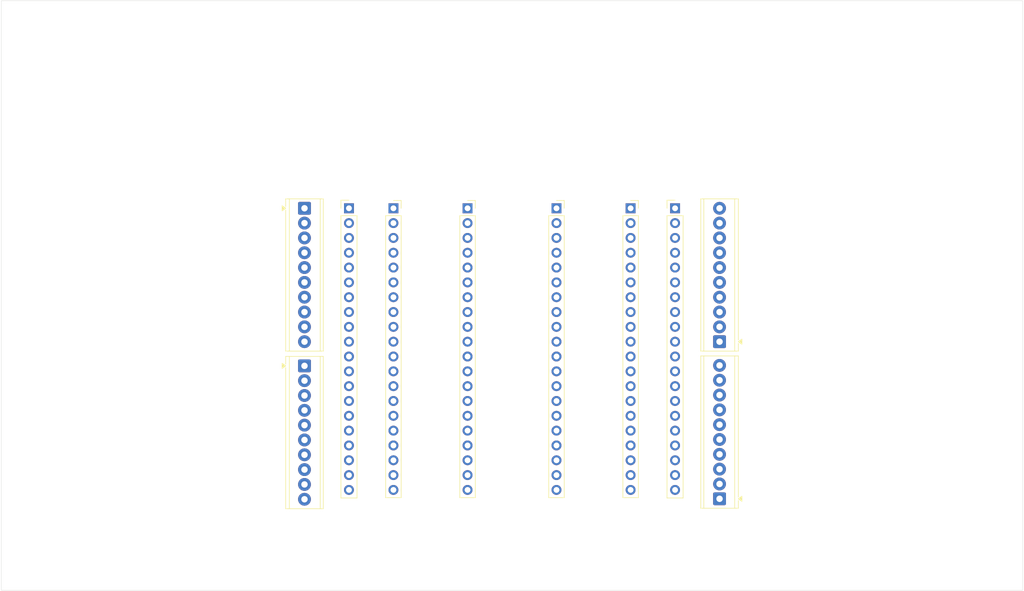
<source format=kicad_pcb>
(kicad_pcb (version 20241229) (generator "pcbnew") (generator_version "9.0")
  (title_block (title "Charge-Seed-Breakout") (date "2025-09-05") (rev "0.1") (company "clectric.diy") (comment 1 "Charles H. Leggett"))
  (layers (0 "F.Cu" signal) (2 "B.Cu" signal) (13 "F.Paste" user) (15 "B.Paste" user) (5 "F.SilkS" user "F.Silkscreen") (7 "B.SilkS" user "B.Silkscreen") (1 "F.Mask" user) (3 "B.Mask" user) (25 "Edge.Cuts" user))
  (net 0 "")
  (net 1 "3V3 Analog")
  (net 2 "A4 {slash} D19")
  (net 3 "A7 {slash} D22")
  (net 4 "A1 {slash} D16")
  (net 5 "A8 {slash} D23")
  (net 6 "A0 {slash} D15")
  (net 7 "A3 {slash} D18")
  (net 8 "A5 {slash} D20")
  (net 9 "A2 {slash} D17")
  (net 10 "A6 {slash} D21")
  (net 11 "D27")
  (net 12 "A10 {slash} D25")
  (net 13 "DGND")
  (net 14 "3V3 Digital")
  (net 15 "A9 {slash} D24")
  (net 16 "A11 {slash} D28")
  (net 17 "D30")
  (net 18 "VIN")
  (net 19 "D29")
  (net 20 "D26")
  (net 21 "D2")
  (net 22 "out[1][SIZE]")
  (net 23 "D6")
  (net 24 "in[0][SIZE]")
  (net 25 "out[0][SIZE]")
  (net 26 "D14")
  (net 27 "D0")
  (net 28 "in[1][SIZE]")
  (net 29 "D1")
  (net 30 "AGND")
  (net 31 "D13")
  (net 32 "D12")
  (net 33 "D3")
  (net 34 "D9")
  (net 35 "D10")
  (net 36 "D7")
  (net 37 "D11")
  (net 38 "D8")
  (net 39 "D5")
  (net 40 "D4")
  (footprint "Connector_PinSocket_2.54mm:PinSocket_1x20_P2.54mm_Vertical" (layer "F.Cu") (at 139.7 86.36)
    (property "Reference" "J4" (hide yes))
    (property "Value" "Socket")
    (fp_line (start -1.33 1.27) (end -1.33 49.59) (stroke (width 0.12)) (layer "F.SilkS"))
    (fp_line (start -1.33 1.27) (end 1.33 1.27) (stroke (width 0.12)) (layer "F.SilkS"))
    (fp_line (start -1.33 49.59) (end 1.33 49.59) (stroke (width 0.12)) (layer "F.SilkS"))
    (fp_line (start 0 -1.33) (end 1.33 -1.33) (stroke (width 0.12)) (layer "F.SilkS"))
    (fp_line (start 1.33 -1.33) (end 1.33 0) (stroke (width 0.12)) (layer "F.SilkS"))
    (fp_line (start 1.33 1.27) (end 1.33 49.59) (stroke (width 0.12)) (layer "F.SilkS"))
    (pad "1" thru_hole rect (at 0 0) (size 1.7 1.7) (drill 1) (layers "*.Cu" "*.Mask") (net 1 "3V3 Analog"))
    (pad "2" thru_hole circle (at 0 2.54) (size 1.7 1.7) (drill 1) (layers "*.Cu" "*.Mask") (net 6 "A0 {slash} D15"))
    (pad "3" thru_hole circle (at 0 5.08) (size 1.7 1.7) (drill 1) (layers "*.Cu" "*.Mask") (net 4 "A1 {slash} D16"))
    (pad "4" thru_hole circle (at 0 7.62) (size 1.7 1.7) (drill 1) (layers "*.Cu" "*.Mask") (net 9 "A2 {slash} D17"))
    (pad "5" thru_hole circle (at 0 10.16) (size 1.7 1.7) (drill 1) (layers "*.Cu" "*.Mask") (net 7 "A3 {slash} D18"))
    (pad "6" thru_hole circle (at 0 12.7) (size 1.7 1.7) (drill 1) (layers "*.Cu" "*.Mask") (net 2 "A4 {slash} D19"))
    (pad "7" thru_hole circle (at 0 15.24) (size 1.7 1.7) (drill 1) (layers "*.Cu" "*.Mask") (net 8 "A5 {slash} D20"))
    (pad "8" thru_hole circle (at 0 17.78) (size 1.7 1.7) (drill 1) (layers "*.Cu" "*.Mask") (net 10 "A6 {slash} D21"))
    (pad "9" thru_hole circle (at 0 20.32) (size 1.7 1.7) (drill 1) (layers "*.Cu" "*.Mask") (net 3 "A7 {slash} D22"))
    (pad "10" thru_hole circle (at 0 22.86) (size 1.7 1.7) (drill 1) (layers "*.Cu" "*.Mask") (net 5 "A8 {slash} D23"))
    (pad "11" thru_hole circle (at 0 25.4) (size 1.7 1.7) (drill 1) (layers "*.Cu" "*.Mask") (net 15 "A9 {slash} D24"))
    (pad "12" thru_hole circle (at 0 27.94) (size 1.7 1.7) (drill 1) (layers "*.Cu" "*.Mask") (net 12 "A10 {slash} D25"))
    (pad "13" thru_hole circle (at 0 30.48) (size 1.7 1.7) (drill 1) (layers "*.Cu" "*.Mask") (net 20 "D26"))
    (pad "14" thru_hole circle (at 0 33.02) (size 1.7 1.7) (drill 1) (layers "*.Cu" "*.Mask") (net 11 "D27"))
    (pad "15" thru_hole circle (at 0 35.56) (size 1.7 1.7) (drill 1) (layers "*.Cu" "*.Mask") (net 16 "A11 {slash} D28"))
    (pad "16" thru_hole circle (at 0 38.1) (size 1.7 1.7) (drill 1) (layers "*.Cu" "*.Mask") (net 19 "D29"))
    (pad "17" thru_hole circle (at 0 40.64) (size 1.7 1.7) (drill 1) (layers "*.Cu" "*.Mask") (net 17 "D30"))
    (pad "18" thru_hole circle (at 0 43.18) (size 1.7 1.7) (drill 1) (layers "*.Cu" "*.Mask") (net 14 "3V3 Digital"))
    (pad "19" thru_hole circle (at 0 45.72) (size 1.7 1.7) (drill 1) (layers "*.Cu" "*.Mask") (net 18 "VIN"))
    (pad "20" thru_hole circle (at 0 48.26) (size 1.7 1.7) (drill 1) (layers "*.Cu" "*.Mask") (net 13 "DGND"))
  )
  (footprint "Connector_PinHeader_2.54mm:PinHeader_1x20_P2.54mm_Vertical" (layer "F.Cu") (at 187.96 86.36)
    (property "Reference" "J8" (hide yes))
    (property "Value" "Pin")
    (fp_line (start -1.38 -1.38) (end 0 -1.38) (stroke (width 0.12)) (layer "F.SilkS"))
    (fp_line (start -1.38 0) (end -1.38 -1.38) (stroke (width 0.12)) (layer "F.SilkS"))
    (fp_line (start -1.38 1.27) (end -1.38 49.64) (stroke (width 0.12)) (layer "F.SilkS"))
    (fp_line (start -1.38 1.27) (end 1.38 1.27) (stroke (width 0.12)) (layer "F.SilkS"))
    (fp_line (start -1.38 49.64) (end 1.38 49.64) (stroke (width 0.12)) (layer "F.SilkS"))
    (fp_line (start 1.38 1.27) (end 1.38 49.64) (stroke (width 0.12)) (layer "F.SilkS"))
    (pad "1" thru_hole rect (at 0 0) (size 1.7 1.7) (drill 1) (layers "*.Cu" "*.Mask") (net 30 "AGND"))
    (pad "2" thru_hole circle (at 0 2.54) (size 1.7 1.7) (drill 1) (layers "*.Cu" "*.Mask") (net 22 "out[1][SIZE]"))
    (pad "3" thru_hole circle (at 0 5.08) (size 1.7 1.7) (drill 1) (layers "*.Cu" "*.Mask") (net 25 "out[0][SIZE]"))
    (pad "4" thru_hole circle (at 0 7.62) (size 1.7 1.7) (drill 1) (layers "*.Cu" "*.Mask") (net 28 "in[1][SIZE]"))
    (pad "5" thru_hole circle (at 0 10.16) (size 1.7 1.7) (drill 1) (layers "*.Cu" "*.Mask") (net 24 "in[0][SIZE]"))
    (pad "6" thru_hole circle (at 0 12.7) (size 1.7 1.7) (drill 1) (layers "*.Cu" "*.Mask") (net 26 "D14"))
    (pad "7" thru_hole circle (at 0 15.24) (size 1.7 1.7) (drill 1) (layers "*.Cu" "*.Mask") (net 31 "D13"))
    (pad "8" thru_hole circle (at 0 17.78) (size 1.7 1.7) (drill 1) (layers "*.Cu" "*.Mask") (net 32 "D12"))
    (pad "9" thru_hole circle (at 0 20.32) (size 1.7 1.7) (drill 1) (layers "*.Cu" "*.Mask") (net 37 "D11"))
    (pad "10" thru_hole circle (at 0 22.86) (size 1.7 1.7) (drill 1) (layers "*.Cu" "*.Mask") (net 35 "D10"))
    (pad "11" thru_hole circle (at 0 25.4) (size 1.7 1.7) (drill 1) (layers "*.Cu" "*.Mask") (net 34 "D9"))
    (pad "12" thru_hole circle (at 0 27.94) (size 1.7 1.7) (drill 1) (layers "*.Cu" "*.Mask") (net 38 "D8"))
    (pad "13" thru_hole circle (at 0 30.48) (size 1.7 1.7) (drill 1) (layers "*.Cu" "*.Mask") (net 36 "D7"))
    (pad "14" thru_hole circle (at 0 33.02) (size 1.7 1.7) (drill 1) (layers "*.Cu" "*.Mask") (net 23 "D6"))
    (pad "15" thru_hole circle (at 0 35.56) (size 1.7 1.7) (drill 1) (layers "*.Cu" "*.Mask") (net 39 "D5"))
    (pad "16" thru_hole circle (at 0 38.1) (size 1.7 1.7) (drill 1) (layers "*.Cu" "*.Mask") (net 40 "D4"))
    (pad "17" thru_hole circle (at 0 40.64) (size 1.7 1.7) (drill 1) (layers "*.Cu" "*.Mask") (net 33 "D3"))
    (pad "18" thru_hole circle (at 0 43.18) (size 1.7 1.7) (drill 1) (layers "*.Cu" "*.Mask") (net 21 "D2"))
    (pad "19" thru_hole circle (at 0 45.72) (size 1.7 1.7) (drill 1) (layers "*.Cu" "*.Mask") (net 29 "D1"))
    (pad "20" thru_hole circle (at 0 48.26) (size 1.7 1.7) (drill 1) (layers "*.Cu" "*.Mask") (net 27 "D0"))
  )
  (footprint "Connector_PinSocket_2.54mm:PinSocket_1x20_P2.54mm_Vertical" (layer "F.Cu") (at 180.34 86.36)
    (property "Reference" "J7" (hide yes))
    (property "Value" "Socket")
    (fp_line (start -1.33 1.27) (end -1.33 49.59) (stroke (width 0.12)) (layer "F.SilkS"))
    (fp_line (start -1.33 1.27) (end 1.33 1.27) (stroke (width 0.12)) (layer "F.SilkS"))
    (fp_line (start -1.33 49.59) (end 1.33 49.59) (stroke (width 0.12)) (layer "F.SilkS"))
    (fp_line (start 0 -1.33) (end 1.33 -1.33) (stroke (width 0.12)) (layer "F.SilkS"))
    (fp_line (start 1.33 -1.33) (end 1.33 0) (stroke (width 0.12)) (layer "F.SilkS"))
    (fp_line (start 1.33 1.27) (end 1.33 49.59) (stroke (width 0.12)) (layer "F.SilkS"))
    (pad "1" thru_hole rect (at 0 0) (size 1.7 1.7) (drill 1) (layers "*.Cu" "*.Mask") (net 30 "AGND"))
    (pad "2" thru_hole circle (at 0 2.54) (size 1.7 1.7) (drill 1) (layers "*.Cu" "*.Mask") (net 22 "out[1][SIZE]"))
    (pad "3" thru_hole circle (at 0 5.08) (size 1.7 1.7) (drill 1) (layers "*.Cu" "*.Mask") (net 25 "out[0][SIZE]"))
    (pad "4" thru_hole circle (at 0 7.62) (size 1.7 1.7) (drill 1) (layers "*.Cu" "*.Mask") (net 28 "in[1][SIZE]"))
    (pad "5" thru_hole circle (at 0 10.16) (size 1.7 1.7) (drill 1) (layers "*.Cu" "*.Mask") (net 24 "in[0][SIZE]"))
    (pad "6" thru_hole circle (at 0 12.7) (size 1.7 1.7) (drill 1) (layers "*.Cu" "*.Mask") (net 26 "D14"))
    (pad "7" thru_hole circle (at 0 15.24) (size 1.7 1.7) (drill 1) (layers "*.Cu" "*.Mask") (net 31 "D13"))
    (pad "8" thru_hole circle (at 0 17.78) (size 1.7 1.7) (drill 1) (layers "*.Cu" "*.Mask") (net 32 "D12"))
    (pad "9" thru_hole circle (at 0 20.32) (size 1.7 1.7) (drill 1) (layers "*.Cu" "*.Mask") (net 37 "D11"))
    (pad "10" thru_hole circle (at 0 22.86) (size 1.7 1.7) (drill 1) (layers "*.Cu" "*.Mask") (net 35 "D10"))
    (pad "11" thru_hole circle (at 0 25.4) (size 1.7 1.7) (drill 1) (layers "*.Cu" "*.Mask") (net 34 "D9"))
    (pad "12" thru_hole circle (at 0 27.94) (size 1.7 1.7) (drill 1) (layers "*.Cu" "*.Mask") (net 38 "D8"))
    (pad "13" thru_hole circle (at 0 30.48) (size 1.7 1.7) (drill 1) (layers "*.Cu" "*.Mask") (net 36 "D7"))
    (pad "14" thru_hole circle (at 0 33.02) (size 1.7 1.7) (drill 1) (layers "*.Cu" "*.Mask") (net 23 "D6"))
    (pad "15" thru_hole circle (at 0 35.56) (size 1.7 1.7) (drill 1) (layers "*.Cu" "*.Mask") (net 39 "D5"))
    (pad "16" thru_hole circle (at 0 38.1) (size 1.7 1.7) (drill 1) (layers "*.Cu" "*.Mask") (net 40 "D4"))
    (pad "17" thru_hole circle (at 0 40.64) (size 1.7 1.7) (drill 1) (layers "*.Cu" "*.Mask") (net 33 "D3"))
    (pad "18" thru_hole circle (at 0 43.18) (size 1.7 1.7) (drill 1) (layers "*.Cu" "*.Mask") (net 21 "D2"))
    (pad "19" thru_hole circle (at 0 45.72) (size 1.7 1.7) (drill 1) (layers "*.Cu" "*.Mask") (net 29 "D1"))
    (pad "20" thru_hole circle (at 0 48.26) (size 1.7 1.7) (drill 1) (layers "*.Cu" "*.Mask") (net 27 "D0"))
  )
  (footprint "TerminalBlock_Phoenix:TerminalBlock_Phoenix_MPT-0,5-10-2.54_1x10_P2.54mm_Horizontal" (layer "F.Cu") (at 124.46 86.36 -90)
    (property "Reference" "J1" (hide yes))
    (property "Value" "Screw_01x10")
    (fp_line (start -1.62 3.22) (end -1.62 -3.22) (stroke (width 0.12)) (layer "F.SilkS"))
    (fp_line (start -0.3 3.22) (end -1.62 3.22) (stroke (width 0.12)) (layer "F.SilkS"))
    (fp_line (start 24.48 3.22) (end 0.3 3.22) (stroke (width 0.12)) (layer "F.SilkS"))
    (fp_line (start -1.62 2.6) (end 24.48 2.6) (stroke (width 0.12)) (layer "F.SilkS"))
    (fp_line (start -1.62 -2.7) (end 24.48 -2.7) (stroke (width 0.12)) (layer "F.SilkS"))
    (fp_line (start -1.62 -3.22) (end 24.48 -3.22) (stroke (width 0.12)) (layer "F.SilkS"))
    (fp_line (start 24.48 -3.22) (end 24.48 3.22) (stroke (width 0.12)) (layer "F.SilkS"))
    (fp_poly (pts (xy 0 3.22) (xy 0.44 3.83) (xy -0.44 3.83)) (stroke (width 0.12)) (fill yes) (layer "F.SilkS"))
    (pad "1" thru_hole roundrect (at 0 0 270) (size 2.2 2.2) (drill 1.1) (layers "*.Cu" "*.Mask") (roundrect_rratio 0.113636) (net 1 "3V3 Analog"))
    (pad "2" thru_hole circle (at 2.54 0 270) (size 2.2 2.2) (drill 1.1) (layers "*.Cu" "*.Mask") (net 6 "A0 {slash} D15"))
    (pad "3" thru_hole circle (at 5.08 0 270) (size 2.2 2.2) (drill 1.1) (layers "*.Cu" "*.Mask") (net 4 "A1 {slash} D16"))
    (pad "4" thru_hole circle (at 7.62 0 270) (size 2.2 2.2) (drill 1.1) (layers "*.Cu" "*.Mask") (net 9 "A2 {slash} D17"))
    (pad "5" thru_hole circle (at 10.16 0 270) (size 2.2 2.2) (drill 1.1) (layers "*.Cu" "*.Mask") (net 7 "A3 {slash} D18"))
    (pad "6" thru_hole circle (at 12.7 0 270) (size 2.2 2.2) (drill 1.1) (layers "*.Cu" "*.Mask") (net 2 "A4 {slash} D19"))
    (pad "7" thru_hole circle (at 15.24 0 270) (size 2.2 2.2) (drill 1.1) (layers "*.Cu" "*.Mask") (net 8 "A5 {slash} D20"))
    (pad "8" thru_hole circle (at 17.78 0 270) (size 2.2 2.2) (drill 1.1) (layers "*.Cu" "*.Mask") (net 10 "A6 {slash} D21"))
    (pad "9" thru_hole circle (at 20.32 0 270) (size 2.2 2.2) (drill 1.1) (layers "*.Cu" "*.Mask") (net 3 "A7 {slash} D22"))
    (pad "10" thru_hole circle (at 22.86 0 270) (size 2.2 2.2) (drill 1.1) (layers "*.Cu" "*.Mask") (net 5 "A8 {slash} D23"))
  )
  (footprint "TerminalBlock_Phoenix:TerminalBlock_Phoenix_MPT-0,5-10-2.54_1x10_P2.54mm_Horizontal" (layer "F.Cu") (at 195.58 109.22 90)
    (property "Reference" "J9" (hide yes))
    (property "Value" "Screw_01x10")
    (fp_line (start 24.48 -3.22) (end 24.48 3.22) (stroke (width 0.12)) (layer "F.SilkS"))
    (fp_line (start -1.62 -3.22) (end 24.48 -3.22) (stroke (width 0.12)) (layer "F.SilkS"))
    (fp_line (start -1.62 -2.7) (end 24.48 -2.7) (stroke (width 0.12)) (layer "F.SilkS"))
    (fp_line (start -1.62 2.6) (end 24.48 2.6) (stroke (width 0.12)) (layer "F.SilkS"))
    (fp_line (start 24.48 3.22) (end 0.3 3.22) (stroke (width 0.12)) (layer "F.SilkS"))
    (fp_line (start -0.3 3.22) (end -1.62 3.22) (stroke (width 0.12)) (layer "F.SilkS"))
    (fp_line (start -1.62 3.22) (end -1.62 -3.22) (stroke (width 0.12)) (layer "F.SilkS"))
    (fp_poly (pts (xy 0 3.22) (xy 0.44 3.83) (xy -0.44 3.83)) (stroke (width 0.12)) (fill yes) (layer "F.SilkS"))
    (pad "1" thru_hole roundrect (at 0 0 90) (size 2.2 2.2) (drill 1.1) (layers "*.Cu" "*.Mask") (roundrect_rratio 0.113636) (net 35 "D10"))
    (pad "2" thru_hole circle (at 2.54 0 90) (size 2.2 2.2) (drill 1.1) (layers "*.Cu" "*.Mask") (net 37 "D11"))
    (pad "3" thru_hole circle (at 5.08 0 90) (size 2.2 2.2) (drill 1.1) (layers "*.Cu" "*.Mask") (net 32 "D12"))
    (pad "4" thru_hole circle (at 7.62 0 90) (size 2.2 2.2) (drill 1.1) (layers "*.Cu" "*.Mask") (net 31 "D13"))
    (pad "5" thru_hole circle (at 10.16 0 90) (size 2.2 2.2) (drill 1.1) (layers "*.Cu" "*.Mask") (net 26 "D14"))
    (pad "6" thru_hole circle (at 12.7 0 90) (size 2.2 2.2) (drill 1.1) (layers "*.Cu" "*.Mask") (net 24 "in[0][SIZE]"))
    (pad "7" thru_hole circle (at 15.24 0 90) (size 2.2 2.2) (drill 1.1) (layers "*.Cu" "*.Mask") (net 28 "in[1][SIZE]"))
    (pad "8" thru_hole circle (at 17.78 0 90) (size 2.2 2.2) (drill 1.1) (layers "*.Cu" "*.Mask") (net 25 "out[0][SIZE]"))
    (pad "9" thru_hole circle (at 20.32 0 90) (size 2.2 2.2) (drill 1.1) (layers "*.Cu" "*.Mask") (net 22 "out[1][SIZE]"))
    (pad "10" thru_hole circle (at 22.86 0 90) (size 2.2 2.2) (drill 1.1) (layers "*.Cu" "*.Mask") (net 30 "AGND"))
  )
  (footprint "TerminalBlock_Phoenix:TerminalBlock_Phoenix_MPT-0,5-10-2.54_1x10_P2.54mm_Horizontal" (layer "F.Cu") (at 195.58 136.14 90)
    (property "Reference" "J10" (hide yes))
    (property "Value" "Screw_01x10")
    (fp_line (start 24.48 -3.22) (end 24.48 3.22) (stroke (width 0.12)) (layer "F.SilkS"))
    (fp_line (start -1.62 -3.22) (end 24.48 -3.22) (stroke (width 0.12)) (layer "F.SilkS"))
    (fp_line (start -1.62 -2.7) (end 24.48 -2.7) (stroke (width 0.12)) (layer "F.SilkS"))
    (fp_line (start -1.62 2.6) (end 24.48 2.6) (stroke (width 0.12)) (layer "F.SilkS"))
    (fp_line (start 24.48 3.22) (end 0.3 3.22) (stroke (width 0.12)) (layer "F.SilkS"))
    (fp_line (start -0.3 3.22) (end -1.62 3.22) (stroke (width 0.12)) (layer "F.SilkS"))
    (fp_line (start -1.62 3.22) (end -1.62 -3.22) (stroke (width 0.12)) (layer "F.SilkS"))
    (fp_poly (pts (xy 0 3.22) (xy 0.44 3.83) (xy -0.44 3.83)) (stroke (width 0.12)) (fill yes) (layer "F.SilkS"))
    (pad "1" thru_hole roundrect (at 0 0 90) (size 2.2 2.2) (drill 1.1) (layers "*.Cu" "*.Mask") (roundrect_rratio 0.113636) (net 27 "D0"))
    (pad "2" thru_hole circle (at 2.54 0 90) (size 2.2 2.2) (drill 1.1) (layers "*.Cu" "*.Mask") (net 29 "D1"))
    (pad "3" thru_hole circle (at 5.08 0 90) (size 2.2 2.2) (drill 1.1) (layers "*.Cu" "*.Mask") (net 21 "D2"))
    (pad "4" thru_hole circle (at 7.62 0 90) (size 2.2 2.2) (drill 1.1) (layers "*.Cu" "*.Mask") (net 33 "D3"))
    (pad "5" thru_hole circle (at 10.16 0 90) (size 2.2 2.2) (drill 1.1) (layers "*.Cu" "*.Mask") (net 40 "D4"))
    (pad "6" thru_hole circle (at 12.7 0 90) (size 2.2 2.2) (drill 1.1) (layers "*.Cu" "*.Mask") (net 39 "D5"))
    (pad "7" thru_hole circle (at 15.24 0 90) (size 2.2 2.2) (drill 1.1) (layers "*.Cu" "*.Mask") (net 23 "D6"))
    (pad "8" thru_hole circle (at 17.78 0 90) (size 2.2 2.2) (drill 1.1) (layers "*.Cu" "*.Mask") (net 36 "D7"))
    (pad "9" thru_hole circle (at 20.32 0 90) (size 2.2 2.2) (drill 1.1) (layers "*.Cu" "*.Mask") (net 38 "D8"))
    (pad "10" thru_hole circle (at 22.86 0 90) (size 2.2 2.2) (drill 1.1) (layers "*.Cu" "*.Mask") (net 34 "D9"))
  )
  (footprint "TerminalBlock_Phoenix:TerminalBlock_Phoenix_MPT-0,5-10-2.54_1x10_P2.54mm_Horizontal" (layer "F.Cu") (at 124.46 113.36 -90)
    (property "Reference" "J2" (hide yes))
    (property "Value" "Screw_01x10")
    (fp_line (start -1.62 3.22) (end -1.62 -3.22) (stroke (width 0.12)) (layer "F.SilkS"))
    (fp_line (start -0.3 3.22) (end -1.62 3.22) (stroke (width 0.12)) (layer "F.SilkS"))
    (fp_line (start 24.48 3.22) (end 0.3 3.22) (stroke (width 0.12)) (layer "F.SilkS"))
    (fp_line (start -1.62 2.6) (end 24.48 2.6) (stroke (width 0.12)) (layer "F.SilkS"))
    (fp_line (start -1.62 -2.7) (end 24.48 -2.7) (stroke (width 0.12)) (layer "F.SilkS"))
    (fp_line (start -1.62 -3.22) (end 24.48 -3.22) (stroke (width 0.12)) (layer "F.SilkS"))
    (fp_line (start 24.48 -3.22) (end 24.48 3.22) (stroke (width 0.12)) (layer "F.SilkS"))
    (fp_poly (pts (xy 0 3.22) (xy 0.44 3.83) (xy -0.44 3.83)) (stroke (width 0.12)) (fill yes) (layer "F.SilkS"))
    (pad "1" thru_hole roundrect (at 0 0 270) (size 2.2 2.2) (drill 1.1) (layers "*.Cu" "*.Mask") (roundrect_rratio 0.113636) (net 15 "A9 {slash} D24"))
    (pad "2" thru_hole circle (at 2.54 0 270) (size 2.2 2.2) (drill 1.1) (layers "*.Cu" "*.Mask") (net 12 "A10 {slash} D25"))
    (pad "3" thru_hole circle (at 5.08 0 270) (size 2.2 2.2) (drill 1.1) (layers "*.Cu" "*.Mask") (net 20 "D26"))
    (pad "4" thru_hole circle (at 7.62 0 270) (size 2.2 2.2) (drill 1.1) (layers "*.Cu" "*.Mask") (net 11 "D27"))
    (pad "5" thru_hole circle (at 10.16 0 270) (size 2.2 2.2) (drill 1.1) (layers "*.Cu" "*.Mask") (net 16 "A11 {slash} D28"))
    (pad "6" thru_hole circle (at 12.7 0 270) (size 2.2 2.2) (drill 1.1) (layers "*.Cu" "*.Mask") (net 19 "D29"))
    (pad "7" thru_hole circle (at 15.24 0 270) (size 2.2 2.2) (drill 1.1) (layers "*.Cu" "*.Mask") (net 17 "D30"))
    (pad "8" thru_hole circle (at 17.78 0 270) (size 2.2 2.2) (drill 1.1) (layers "*.Cu" "*.Mask") (net 14 "3V3 Digital"))
    (pad "9" thru_hole circle (at 20.32 0 270) (size 2.2 2.2) (drill 1.1) (layers "*.Cu" "*.Mask") (net 18 "VIN"))
    (pad "10" thru_hole circle (at 22.86 0 270) (size 2.2 2.2) (drill 1.1) (layers "*.Cu" "*.Mask") (net 13 "DGND"))
  )
  (footprint "Connector_PinSocket_2.54mm:PinSocket_1x20_P2.54mm_Vertical" (layer "F.Cu") (at 167.64 86.36)
    (property "Reference" "J6" (hide yes))
    (property "Value" "Socket")
    (fp_line (start -1.33 1.27) (end -1.33 49.59) (stroke (width 0.12)) (layer "F.SilkS"))
    (fp_line (start -1.33 1.27) (end 1.33 1.27) (stroke (width 0.12)) (layer "F.SilkS"))
    (fp_line (start -1.33 49.59) (end 1.33 49.59) (stroke (width 0.12)) (layer "F.SilkS"))
    (fp_line (start 0 -1.33) (end 1.33 -1.33) (stroke (width 0.12)) (layer "F.SilkS"))
    (fp_line (start 1.33 -1.33) (end 1.33 0) (stroke (width 0.12)) (layer "F.SilkS"))
    (fp_line (start 1.33 1.27) (end 1.33 49.59) (stroke (width 0.12)) (layer "F.SilkS"))
    (pad "1" thru_hole rect (at 0 0) (size 1.7 1.7) (drill 1) (layers "*.Cu" "*.Mask") (net 30 "AGND"))
    (pad "2" thru_hole circle (at 0 2.54) (size 1.7 1.7) (drill 1) (layers "*.Cu" "*.Mask") (net 22 "out[1][SIZE]"))
    (pad "3" thru_hole circle (at 0 5.08) (size 1.7 1.7) (drill 1) (layers "*.Cu" "*.Mask") (net 25 "out[0][SIZE]"))
    (pad "4" thru_hole circle (at 0 7.62) (size 1.7 1.7) (drill 1) (layers "*.Cu" "*.Mask") (net 28 "in[1][SIZE]"))
    (pad "5" thru_hole circle (at 0 10.16) (size 1.7 1.7) (drill 1) (layers "*.Cu" "*.Mask") (net 24 "in[0][SIZE]"))
    (pad "6" thru_hole circle (at 0 12.7) (size 1.7 1.7) (drill 1) (layers "*.Cu" "*.Mask") (net 26 "D14"))
    (pad "7" thru_hole circle (at 0 15.24) (size 1.7 1.7) (drill 1) (layers "*.Cu" "*.Mask") (net 31 "D13"))
    (pad "8" thru_hole circle (at 0 17.78) (size 1.7 1.7) (drill 1) (layers "*.Cu" "*.Mask") (net 32 "D12"))
    (pad "9" thru_hole circle (at 0 20.32) (size 1.7 1.7) (drill 1) (layers "*.Cu" "*.Mask") (net 37 "D11"))
    (pad "10" thru_hole circle (at 0 22.86) (size 1.7 1.7) (drill 1) (layers "*.Cu" "*.Mask") (net 35 "D10"))
    (pad "11" thru_hole circle (at 0 25.4) (size 1.7 1.7) (drill 1) (layers "*.Cu" "*.Mask") (net 34 "D9"))
    (pad "12" thru_hole circle (at 0 27.94) (size 1.7 1.7) (drill 1) (layers "*.Cu" "*.Mask") (net 38 "D8"))
    (pad "13" thru_hole circle (at 0 30.48) (size 1.7 1.7) (drill 1) (layers "*.Cu" "*.Mask") (net 36 "D7"))
    (pad "14" thru_hole circle (at 0 33.02) (size 1.7 1.7) (drill 1) (layers "*.Cu" "*.Mask") (net 23 "D6"))
    (pad "15" thru_hole circle (at 0 35.56) (size 1.7 1.7) (drill 1) (layers "*.Cu" "*.Mask") (net 39 "D5"))
    (pad "16" thru_hole circle (at 0 38.1) (size 1.7 1.7) (drill 1) (layers "*.Cu" "*.Mask") (net 40 "D4"))
    (pad "17" thru_hole circle (at 0 40.64) (size 1.7 1.7) (drill 1) (layers "*.Cu" "*.Mask") (net 33 "D3"))
    (pad "18" thru_hole circle (at 0 43.18) (size 1.7 1.7) (drill 1) (layers "*.Cu" "*.Mask") (net 21 "D2"))
    (pad "19" thru_hole circle (at 0 45.72) (size 1.7 1.7) (drill 1) (layers "*.Cu" "*.Mask") (net 29 "D1"))
    (pad "20" thru_hole circle (at 0 48.26) (size 1.7 1.7) (drill 1) (layers "*.Cu" "*.Mask") (net 27 "D0"))
  )
  (footprint "Connector_PinSocket_2.54mm:PinSocket_1x20_P2.54mm_Vertical" (layer "F.Cu") (at 152.4 86.36)
    (property "Reference" "J5" (hide yes))
    (property "Value" "Socket")
    (fp_line (start -1.33 1.27) (end -1.33 49.59) (stroke (width 0.12)) (layer "F.SilkS"))
    (fp_line (start -1.33 1.27) (end 1.33 1.27) (stroke (width 0.12)) (layer "F.SilkS"))
    (fp_line (start -1.33 49.59) (end 1.33 49.59) (stroke (width 0.12)) (layer "F.SilkS"))
    (fp_line (start 0 -1.33) (end 1.33 -1.33) (stroke (width 0.12)) (layer "F.SilkS"))
    (fp_line (start 1.33 -1.33) (end 1.33 0) (stroke (width 0.12)) (layer "F.SilkS"))
    (fp_line (start 1.33 1.27) (end 1.33 49.59) (stroke (width 0.12)) (layer "F.SilkS"))
    (pad "1" thru_hole rect (at 0 0) (size 1.7 1.7) (drill 1) (layers "*.Cu" "*.Mask") (net 1 "3V3 Analog"))
    (pad "2" thru_hole circle (at 0 2.54) (size 1.7 1.7) (drill 1) (layers "*.Cu" "*.Mask") (net 6 "A0 {slash} D15"))
    (pad "3" thru_hole circle (at 0 5.08) (size 1.7 1.7) (drill 1) (layers "*.Cu" "*.Mask") (net 4 "A1 {slash} D16"))
    (pad "4" thru_hole circle (at 0 7.62) (size 1.7 1.7) (drill 1) (layers "*.Cu" "*.Mask") (net 9 "A2 {slash} D17"))
    (pad "5" thru_hole circle (at 0 10.16) (size 1.7 1.7) (drill 1) (layers "*.Cu" "*.Mask") (net 7 "A3 {slash} D18"))
    (pad "6" thru_hole circle (at 0 12.7) (size 1.7 1.7) (drill 1) (layers "*.Cu" "*.Mask") (net 2 "A4 {slash} D19"))
    (pad "7" thru_hole circle (at 0 15.24) (size 1.7 1.7) (drill 1) (layers "*.Cu" "*.Mask") (net 8 "A5 {slash} D20"))
    (pad "8" thru_hole circle (at 0 17.78) (size 1.7 1.7) (drill 1) (layers "*.Cu" "*.Mask") (net 10 "A6 {slash} D21"))
    (pad "9" thru_hole circle (at 0 20.32) (size 1.7 1.7) (drill 1) (layers "*.Cu" "*.Mask") (net 3 "A7 {slash} D22"))
    (pad "10" thru_hole circle (at 0 22.86) (size 1.7 1.7) (drill 1) (layers "*.Cu" "*.Mask") (net 5 "A8 {slash} D23"))
    (pad "11" thru_hole circle (at 0 25.4) (size 1.7 1.7) (drill 1) (layers "*.Cu" "*.Mask") (net 15 "A9 {slash} D24"))
    (pad "12" thru_hole circle (at 0 27.94) (size 1.7 1.7) (drill 1) (layers "*.Cu" "*.Mask") (net 12 "A10 {slash} D25"))
    (pad "13" thru_hole circle (at 0 30.48) (size 1.7 1.7) (drill 1) (layers "*.Cu" "*.Mask") (net 20 "D26"))
    (pad "14" thru_hole circle (at 0 33.02) (size 1.7 1.7) (drill 1) (layers "*.Cu" "*.Mask") (net 11 "D27"))
    (pad "15" thru_hole circle (at 0 35.56) (size 1.7 1.7) (drill 1) (layers "*.Cu" "*.Mask") (net 16 "A11 {slash} D28"))
    (pad "16" thru_hole circle (at 0 38.1) (size 1.7 1.7) (drill 1) (layers "*.Cu" "*.Mask") (net 19 "D29"))
    (pad "17" thru_hole circle (at 0 40.64) (size 1.7 1.7) (drill 1) (layers "*.Cu" "*.Mask") (net 17 "D30"))
    (pad "18" thru_hole circle (at 0 43.18) (size 1.7 1.7) (drill 1) (layers "*.Cu" "*.Mask") (net 14 "3V3 Digital"))
    (pad "19" thru_hole circle (at 0 45.72) (size 1.7 1.7) (drill 1) (layers "*.Cu" "*.Mask") (net 18 "VIN"))
    (pad "20" thru_hole circle (at 0 48.26) (size 1.7 1.7) (drill 1) (layers "*.Cu" "*.Mask") (net 13 "DGND"))
  )
  (footprint "Connector_PinHeader_2.54mm:PinHeader_1x20_P2.54mm_Vertical" (layer "F.Cu") (at 132.08 86.36)
    (property "Reference" "J3" (hide yes))
    (property "Value" "Pin")
    (fp_line (start -1.38 -1.38) (end 0 -1.38) (stroke (width 0.12)) (layer "F.SilkS"))
    (fp_line (start -1.38 0) (end -1.38 -1.38) (stroke (width 0.12)) (layer "F.SilkS"))
    (fp_line (start -1.38 1.27) (end -1.38 49.64) (stroke (width 0.12)) (layer "F.SilkS"))
    (fp_line (start -1.38 1.27) (end 1.38 1.27) (stroke (width 0.12)) (layer "F.SilkS"))
    (fp_line (start -1.38 49.64) (end 1.38 49.64) (stroke (width 0.12)) (layer "F.SilkS"))
    (fp_line (start 1.38 1.27) (end 1.38 49.64) (stroke (width 0.12)) (layer "F.SilkS"))
    (pad "1" thru_hole rect (at 0 0) (size 1.7 1.7) (drill 1) (layers "*.Cu" "*.Mask") (net 1 "3V3 Analog"))
    (pad "2" thru_hole circle (at 0 2.54) (size 1.7 1.7) (drill 1) (layers "*.Cu" "*.Mask") (net 6 "A0 {slash} D15"))
    (pad "3" thru_hole circle (at 0 5.08) (size 1.7 1.7) (drill 1) (layers "*.Cu" "*.Mask") (net 4 "A1 {slash} D16"))
    (pad "4" thru_hole circle (at 0 7.62) (size 1.7 1.7) (drill 1) (layers "*.Cu" "*.Mask") (net 9 "A2 {slash} D17"))
    (pad "5" thru_hole circle (at 0 10.16) (size 1.7 1.7) (drill 1) (layers "*.Cu" "*.Mask") (net 7 "A3 {slash} D18"))
    (pad "6" thru_hole circle (at 0 12.7) (size 1.7 1.7) (drill 1) (layers "*.Cu" "*.Mask") (net 2 "A4 {slash} D19"))
    (pad "7" thru_hole circle (at 0 15.24) (size 1.7 1.7) (drill 1) (layers "*.Cu" "*.Mask") (net 8 "A5 {slash} D20"))
    (pad "8" thru_hole circle (at 0 17.78) (size 1.7 1.7) (drill 1) (layers "*.Cu" "*.Mask") (net 10 "A6 {slash} D21"))
    (pad "9" thru_hole circle (at 0 20.32) (size 1.7 1.7) (drill 1) (layers "*.Cu" "*.Mask") (net 3 "A7 {slash} D22"))
    (pad "10" thru_hole circle (at 0 22.86) (size 1.7 1.7) (drill 1) (layers "*.Cu" "*.Mask") (net 5 "A8 {slash} D23"))
    (pad "11" thru_hole circle (at 0 25.4) (size 1.7 1.7) (drill 1) (layers "*.Cu" "*.Mask") (net 15 "A9 {slash} D24"))
    (pad "12" thru_hole circle (at 0 27.94) (size 1.7 1.7) (drill 1) (layers "*.Cu" "*.Mask") (net 12 "A10 {slash} D25"))
    (pad "13" thru_hole circle (at 0 30.48) (size 1.7 1.7) (drill 1) (layers "*.Cu" "*.Mask") (net 20 "D26"))
    (pad "14" thru_hole circle (at 0 33.02) (size 1.7 1.7) (drill 1) (layers "*.Cu" "*.Mask") (net 11 "D27"))
    (pad "15" thru_hole circle (at 0 35.56) (size 1.7 1.7) (drill 1) (layers "*.Cu" "*.Mask") (net 16 "A11 {slash} D28"))
    (pad "16" thru_hole circle (at 0 38.1) (size 1.7 1.7) (drill 1) (layers "*.Cu" "*.Mask") (net 19 "D29"))
    (pad "17" thru_hole circle (at 0 40.64) (size 1.7 1.7) (drill 1) (layers "*.Cu" "*.Mask") (net 17 "D30"))
    (pad "18" thru_hole circle (at 0 43.18) (size 1.7 1.7) (drill 1) (layers "*.Cu" "*.Mask") (net 14 "3V3 Digital"))
    (pad "19" thru_hole circle (at 0 45.72) (size 1.7 1.7) (drill 1) (layers "*.Cu" "*.Mask") (net 18 "VIN"))
    (pad "20" thru_hole circle (at 0 48.26) (size 1.7 1.7) (drill 1) (layers "*.Cu" "*.Mask") (net 13 "DGND"))
  )
  (gr_rect (start 72.52 50.8) (end 247.52 151.8) (stroke (width 0.05)) (fill no) (layer "Edge.Cuts"))
)
</source>
